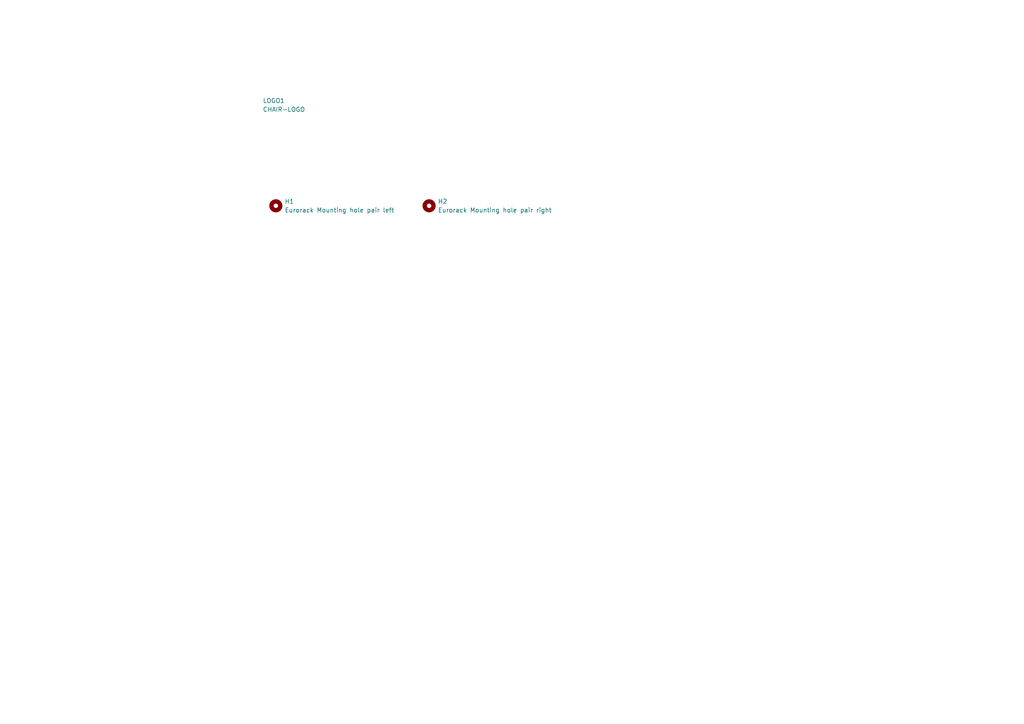
<source format=kicad_sch>
(kicad_sch (version 20211123) (generator eeschema)
  (paper "A4")
  (lib_symbols
    (symbol "CHAIR:CHAIR-LOGO" (pin_numbers hide) (pin_names (offset 0) hide) (in_bom no)
      (property "Reference" "LOGO" (at 0 2.54 0))
      (property "Value" "CHAIR-LOGO" (at 0 0 0))
    )
    (symbol "CHAIR:MountingHole" (pin_names (offset 1.016)) (in_bom no)
      (property "Reference" "H" (at 0 5.08 0))
      (property "Value" "MountingHole" (at 0 3.175 0))
      (symbol "MountingHole_0_1"
        (circle (center 0 0) (radius 1.27) (stroke (width 1.27)))
      )
    )
  )
  (symbol (lib_id "CHAIR:MountingHole") (at 80.01 59.69 0) (unit 1) (in_bom no)
    (property "Reference" "H1" (at 82.55 58.4199 0) (effects (justify left)))
    (property "Value" "Eurorack Mounting hole pair left" (at 82.55 60.9599 0) (effects (justify left)))
    (property "Footprint" "CHAIR:MountingHole_Eurorack_3U_slotted" (effects hide))
  )
  (symbol (lib_id "CHAIR:CHAIR-LOGO") (at 74.93 30.48 0) (unit 1) (in_bom no)
    (property "Reference" "LOGO1" (at 76.2 29.2099 0) (effects (justify left)))
    (property "Value" "CHAIR-LOGO" (at 76.2 31.7499 0) (effects (justify left)))
    (property "Footprint" "CHAIR:CHAIR_logo_silkscreen" (effects hide))
  )
  (symbol (lib_id "CHAIR:MountingHole") (at 124.46 59.69 0) (unit 1) (in_bom no)
    (property "Reference" "H2" (at 127 58.4199 0) (effects (justify left)))
    (property "Value" "Eurorack Mounting hole pair right" (at 127 60.9599 0) (effects (justify left)))
    (property "Footprint" "CHAIR:MountingHole_Eurorack_3U_slotted" (effects hide))
  )
)
</source>
